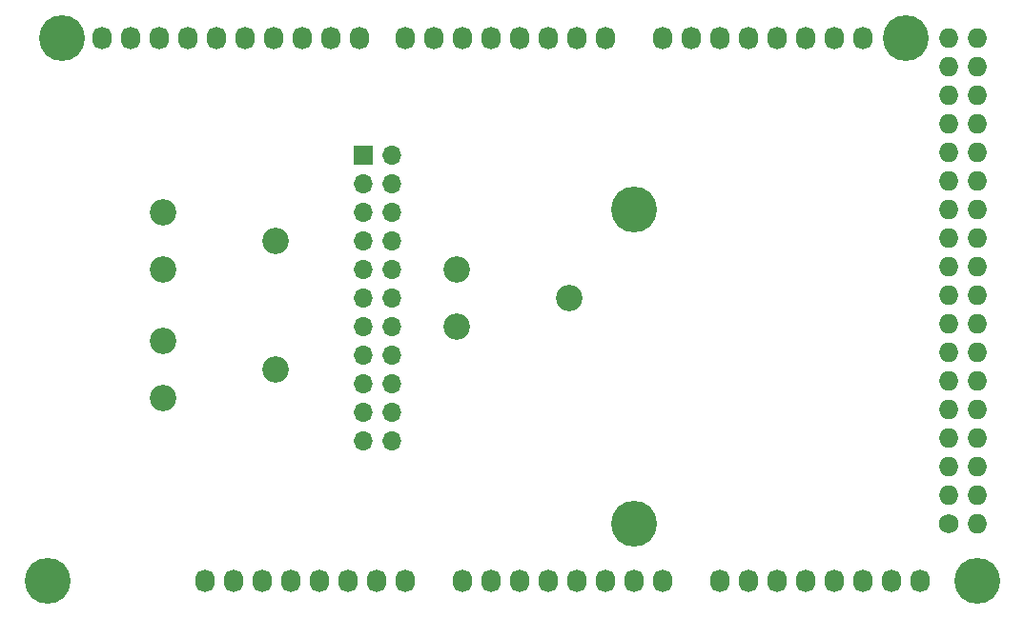
<source format=gbr>
%TF.GenerationSoftware,KiCad,Pcbnew,(5.1.10)-1*%
%TF.CreationDate,2021-08-01T12:21:13+02:00*%
%TF.ProjectId,t6963-mega-adapter,74363936-332d-46d6-9567-612d61646170,rev?*%
%TF.SameCoordinates,Original*%
%TF.FileFunction,Soldermask,Top*%
%TF.FilePolarity,Negative*%
%FSLAX46Y46*%
G04 Gerber Fmt 4.6, Leading zero omitted, Abs format (unit mm)*
G04 Created by KiCad (PCBNEW (5.1.10)-1) date 2021-08-01 12:21:13*
%MOMM*%
%LPD*%
G01*
G04 APERTURE LIST*
%ADD10C,1.727200*%
%ADD11O,1.727200X1.727200*%
%ADD12O,1.727200X2.032000*%
%ADD13C,4.064000*%
%ADD14R,1.700000X1.700000*%
%ADD15O,1.700000X1.700000*%
%ADD16C,2.340000*%
G04 APERTURE END LIST*
D10*
%TO.C,P1*%
X197358000Y-114046000D03*
D11*
X199898000Y-114046000D03*
X197358000Y-111506000D03*
X199898000Y-111506000D03*
X197358000Y-108966000D03*
X199898000Y-108966000D03*
X197358000Y-106426000D03*
X199898000Y-106426000D03*
X197358000Y-103886000D03*
X199898000Y-103886000D03*
X197358000Y-101346000D03*
X199898000Y-101346000D03*
X197358000Y-98806000D03*
X199898000Y-98806000D03*
X197358000Y-96266000D03*
X199898000Y-96266000D03*
X197358000Y-93726000D03*
X199898000Y-93726000D03*
X197358000Y-91186000D03*
X199898000Y-91186000D03*
X197358000Y-88646000D03*
X199898000Y-88646000D03*
X197358000Y-86106000D03*
X199898000Y-86106000D03*
X197358000Y-83566000D03*
X199898000Y-83566000D03*
X197358000Y-81026000D03*
X199898000Y-81026000D03*
X197358000Y-78486000D03*
X199898000Y-78486000D03*
X197358000Y-75946000D03*
X199898000Y-75946000D03*
X197358000Y-73406000D03*
X199898000Y-73406000D03*
X197358000Y-70866000D03*
X199898000Y-70866000D03*
%TD*%
D12*
%TO.C,P2*%
X131318000Y-119126000D03*
X133858000Y-119126000D03*
X136398000Y-119126000D03*
X138938000Y-119126000D03*
X141478000Y-119126000D03*
X144018000Y-119126000D03*
X146558000Y-119126000D03*
X149098000Y-119126000D03*
%TD*%
%TO.C,P3*%
X154178000Y-119126000D03*
X156718000Y-119126000D03*
X159258000Y-119126000D03*
X161798000Y-119126000D03*
X164338000Y-119126000D03*
X166878000Y-119126000D03*
X169418000Y-119126000D03*
X171958000Y-119126000D03*
%TD*%
%TO.C,P4*%
X177038000Y-119126000D03*
X179578000Y-119126000D03*
X182118000Y-119126000D03*
X184658000Y-119126000D03*
X187198000Y-119126000D03*
X189738000Y-119126000D03*
X192278000Y-119126000D03*
X194818000Y-119126000D03*
%TD*%
%TO.C,P5*%
X122174000Y-70866000D03*
X124714000Y-70866000D03*
X127254000Y-70866000D03*
X129794000Y-70866000D03*
X132334000Y-70866000D03*
X134874000Y-70866000D03*
X137414000Y-70866000D03*
X139954000Y-70866000D03*
X142494000Y-70866000D03*
X145034000Y-70866000D03*
%TD*%
%TO.C,P6*%
X149098000Y-70866000D03*
X151638000Y-70866000D03*
X154178000Y-70866000D03*
X156718000Y-70866000D03*
X159258000Y-70866000D03*
X161798000Y-70866000D03*
X164338000Y-70866000D03*
X166878000Y-70866000D03*
%TD*%
%TO.C,P7*%
X171958000Y-70866000D03*
X174498000Y-70866000D03*
X177038000Y-70866000D03*
X179578000Y-70866000D03*
X182118000Y-70866000D03*
X184658000Y-70866000D03*
X187198000Y-70866000D03*
X189738000Y-70866000D03*
%TD*%
D13*
%TO.C,P8*%
X117348000Y-119126000D03*
%TD*%
%TO.C,P9*%
X169418000Y-114046000D03*
%TD*%
%TO.C,P10*%
X199898000Y-119126000D03*
%TD*%
%TO.C,P11*%
X118618000Y-70866000D03*
%TD*%
%TO.C,P12*%
X169418000Y-86106000D03*
%TD*%
%TO.C,P13*%
X193548000Y-70866000D03*
%TD*%
D14*
%TO.C,J1*%
X145415000Y-81280000D03*
D15*
X147955000Y-81280000D03*
X145415000Y-83820000D03*
X147955000Y-83820000D03*
X145415000Y-86360000D03*
X147955000Y-86360000D03*
X145415000Y-88900000D03*
X147955000Y-88900000D03*
X145415000Y-91440000D03*
X147955000Y-91440000D03*
X145415000Y-93980000D03*
X147955000Y-93980000D03*
X145415000Y-96520000D03*
X147955000Y-96520000D03*
X145415000Y-99060000D03*
X147955000Y-99060000D03*
X145415000Y-101600000D03*
X147955000Y-101600000D03*
X145415000Y-104140000D03*
X147955000Y-104140000D03*
X145415000Y-106680000D03*
X147955000Y-106680000D03*
%TD*%
D16*
%TO.C,RV1*%
X127635000Y-91440000D03*
X137635000Y-88940000D03*
X127635000Y-86440000D03*
%TD*%
%TO.C,RV2*%
X153670000Y-91520000D03*
X163670000Y-94020000D03*
X153670000Y-96520000D03*
%TD*%
%TO.C,RV3*%
X127635000Y-97870000D03*
X137635000Y-100370000D03*
X127635000Y-102870000D03*
%TD*%
M02*

</source>
